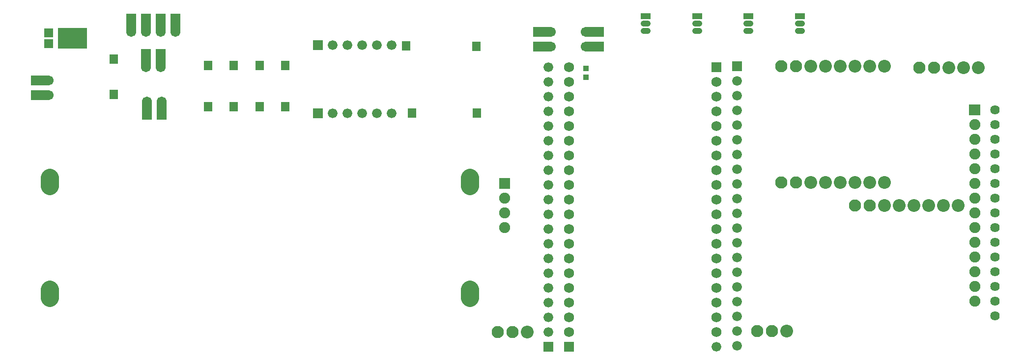
<source format=gts>
G04 Layer: TopSolderMaskLayer*
G04 EasyEDA v6.5.9, 2022-08-06 01:21:30*
G04 bc8d98b3e954460ba80fd4d649655d9a,c09117847ad249c1abd8b20aa127d3a4,10*
G04 Gerber Generator version 0.2*
G04 Scale: 100 percent, Rotated: No, Reflected: No *
G04 Dimensions in millimeters *
G04 leading zeros omitted , absolute positions ,4 integer and 5 decimal *
%FSLAX45Y45*%
%MOMM*%

%ADD10C,3.1000*%
%ADD11C,1.0016*%
%ADD12C,1.9016*%
%ADD13C,2.1016*%
%ADD14C,2.2032*%
%ADD15C,1.6764*%
%ADD16R,1.6764X1.6764*%
%ADD17C,1.7032*%
%ADD18C,1.6256*%
%ADD19C,1.7272*%
%ADD20C,0.0114*%

%LPD*%
D10*
X8596909Y3981396D02*
G01*
X8596909Y3841396D01*
X8596909Y2051403D02*
G01*
X8596909Y1911403D01*
X1359890Y3981396D02*
G01*
X1359890Y3841396D01*
X1359890Y2051403D02*
G01*
X1359890Y1911403D01*
X8596909Y1911403D02*
G01*
X8596909Y2051403D01*
X8596909Y3841396D02*
G01*
X8596909Y3981396D01*
X1359890Y1911403D02*
G01*
X1359890Y2051403D01*
X1359890Y3841396D02*
G01*
X1359890Y3981396D01*
D11*
X11668201Y6515100D02*
G01*
X11598201Y6515100D01*
X11668201Y6642100D02*
G01*
X11598201Y6642100D01*
X12552959Y6515100D02*
G01*
X12482956Y6515100D01*
X12552959Y6642100D02*
G01*
X12482956Y6642100D01*
X13437743Y6515100D02*
G01*
X13367743Y6515100D01*
X13437743Y6642100D02*
G01*
X13367743Y6642100D01*
X14322501Y6515100D02*
G01*
X14252501Y6515100D01*
X14322501Y6642100D02*
G01*
X14252501Y6642100D01*
D12*
G01*
X17300575Y1849373D03*
G01*
X17300575Y2103373D03*
G01*
X17300575Y2357373D03*
G01*
X17300575Y2611373D03*
G01*
X17300575Y2865373D03*
G01*
X17300575Y3119373D03*
G01*
X17300575Y3373373D03*
G01*
X17300575Y3627120D03*
G01*
X17300575Y3881120D03*
G01*
X17300575Y4135120D03*
G01*
X17300575Y4389120D03*
G01*
X17300575Y4643120D03*
G01*
X17300575Y4897120D03*
G36*
X17205198Y5055870D02*
G01*
X17205198Y5246115D01*
X17395443Y5246115D01*
X17395443Y5055870D01*
G37*
G01*
X9200261Y3119373D03*
G01*
X9200261Y3373373D03*
G01*
X9200261Y3627120D03*
G36*
X9105138Y3786123D02*
G01*
X9105138Y3976115D01*
X9295384Y3976115D01*
X9295384Y3786123D01*
G37*
D13*
G01*
X15240000Y3499993D03*
G01*
X15494000Y3499993D03*
D14*
G01*
X15748000Y3499993D03*
G01*
X16002000Y3499993D03*
G01*
X16256000Y3499993D03*
G01*
X16510000Y3499993D03*
G01*
X16764000Y3499993D03*
G01*
X17018000Y3499993D03*
G36*
X4019295Y5837936D02*
G01*
X4019295Y5998210D01*
X4159504Y5998210D01*
X4159504Y5837936D01*
G37*
G36*
X4019295Y5126736D02*
G01*
X4019295Y5287010D01*
X4159504Y5287010D01*
X4159504Y5126736D01*
G37*
G36*
X7435595Y6180836D02*
G01*
X7435595Y6341110D01*
X7575804Y6341110D01*
X7575804Y6180836D01*
G37*
G36*
X7537195Y5019802D02*
G01*
X7537195Y5180076D01*
X7677404Y5180076D01*
X7677404Y5019802D01*
G37*
G36*
X8642095Y6168136D02*
G01*
X8642095Y6328410D01*
X8782304Y6328410D01*
X8782304Y6168136D01*
G37*
G36*
X8654795Y5019802D02*
G01*
X8654795Y5180076D01*
X8795004Y5180076D01*
X8795004Y5019802D01*
G37*
G36*
X2393695Y5952236D02*
G01*
X2393695Y6112510D01*
X2533904Y6112510D01*
X2533904Y5952236D01*
G37*
G36*
X2393695Y5342636D02*
G01*
X2393695Y5502910D01*
X2533904Y5502910D01*
X2533904Y5342636D01*
G37*
G36*
X5352795Y5837936D02*
G01*
X5352795Y5998210D01*
X5493004Y5998210D01*
X5493004Y5837936D01*
G37*
G36*
X5352795Y5126736D02*
G01*
X5352795Y5287010D01*
X5493004Y5287010D01*
X5493004Y5126736D01*
G37*
G36*
X4463795Y5837936D02*
G01*
X4463795Y5998210D01*
X4604004Y5998210D01*
X4604004Y5837936D01*
G37*
G36*
X4463795Y5126736D02*
G01*
X4463795Y5287010D01*
X4604004Y5287010D01*
X4604004Y5126736D01*
G37*
G36*
X4908295Y5837936D02*
G01*
X4908295Y5998210D01*
X5048504Y5998210D01*
X5048504Y5837936D01*
G37*
G36*
X4908295Y5126736D02*
G01*
X4908295Y5287010D01*
X5048504Y5287010D01*
X5048504Y5126736D01*
G37*
G36*
X1271015Y6405118D02*
G01*
X1271015Y6555231D01*
X1421384Y6555231D01*
X1421384Y6405118D01*
G37*
G36*
X1271015Y6220968D02*
G01*
X1271015Y6371081D01*
X1421384Y6371081D01*
X1421384Y6220968D01*
G37*
G36*
X1502410Y6213094D02*
G01*
X1502410Y6563105D01*
X2002790Y6563105D01*
X2002790Y6213094D01*
G37*
D15*
G01*
X10312400Y5892800D03*
G01*
X10312400Y5638800D03*
G01*
X10312400Y5384800D03*
G01*
X10312400Y5130800D03*
G01*
X10312400Y4876800D03*
G01*
X10312400Y4622800D03*
G01*
X10312400Y4368800D03*
G01*
X10312400Y4114800D03*
G01*
X10312400Y3860800D03*
G01*
X10312400Y3606800D03*
G01*
X10312400Y3352800D03*
G01*
X10312400Y3098800D03*
G01*
X10312400Y2844800D03*
G01*
X10312400Y2590800D03*
G01*
X10312400Y2336800D03*
G01*
X10312400Y2082800D03*
G01*
X10312400Y1828800D03*
G01*
X10312400Y1574800D03*
G01*
X10312400Y1320800D03*
D16*
G01*
X10312400Y1066800D03*
D15*
G01*
X9956800Y5892800D03*
G01*
X9956800Y5638800D03*
G01*
X9956800Y5384800D03*
G01*
X9956800Y5130800D03*
G01*
X9956800Y4876800D03*
G01*
X9956800Y4622800D03*
G01*
X9956800Y4368800D03*
G01*
X9956800Y4114800D03*
G01*
X9956800Y3860800D03*
G01*
X9956800Y3606800D03*
G01*
X9956800Y3352800D03*
G01*
X9956800Y3098800D03*
G01*
X9956800Y2844800D03*
G01*
X9956800Y2590800D03*
G01*
X9956800Y2336800D03*
G01*
X9956800Y2082800D03*
G01*
X9956800Y1828800D03*
G01*
X9956800Y1574800D03*
G01*
X9956800Y1320800D03*
D16*
G01*
X9956800Y1066800D03*
D13*
G01*
X13550900Y1333500D03*
G01*
X13804900Y1333500D03*
D14*
G01*
X14058900Y1333500D03*
D13*
G01*
X9080500Y1320800D03*
G01*
X9334500Y1320800D03*
D14*
G01*
X9588500Y1320800D03*
D15*
G01*
X7251700Y6273800D03*
G01*
X6997700Y6273800D03*
G01*
X6743700Y6273800D03*
G01*
X6489700Y6273800D03*
G01*
X6235700Y6273800D03*
G36*
X5897879Y6189979D02*
G01*
X5897879Y6357620D01*
X6065520Y6357620D01*
X6065520Y6189979D01*
G37*
G01*
X7251700Y5092700D03*
G01*
X6997700Y5092700D03*
G01*
X6743700Y5092700D03*
G01*
X6489700Y5092700D03*
G01*
X6235700Y5092700D03*
G36*
X5897879Y5008879D02*
G01*
X5897879Y5176520D01*
X6065520Y5176520D01*
X6065520Y5008879D01*
G37*
D13*
G01*
X16344900Y5880100D03*
G01*
X16598900Y5880100D03*
D14*
G01*
X16852900Y5880100D03*
G01*
X17106900Y5880100D03*
G01*
X17360900Y5880100D03*
D13*
G01*
X13970000Y5905500D03*
G01*
X14224000Y5905500D03*
D14*
G01*
X14478000Y5905500D03*
G01*
X14732000Y5905500D03*
G01*
X14986000Y5905500D03*
G01*
X15240000Y5905500D03*
G01*
X15494000Y5905500D03*
G01*
X15748000Y5905500D03*
D13*
G01*
X13970000Y3898900D03*
G01*
X14224000Y3898900D03*
D14*
G01*
X14478000Y3898900D03*
G01*
X14732000Y3898900D03*
G01*
X14986000Y3898900D03*
G01*
X15240000Y3898900D03*
G01*
X15494000Y3898900D03*
G01*
X15748000Y3898900D03*
G36*
X1036065Y5325110D02*
G01*
X1036065Y5495289D01*
X1356360Y5495289D01*
X1356360Y5325110D01*
G37*
G36*
X1036065Y5579110D02*
G01*
X1036065Y5749289D01*
X1356360Y5749289D01*
X1356360Y5579110D01*
G37*
D17*
G01*
X1346200Y5410200D03*
G01*
X1346200Y5664200D03*
G36*
X2937509Y5882639D02*
G01*
X2937509Y6202934D01*
X3107690Y6202934D01*
X3107690Y5882639D01*
G37*
G36*
X3191509Y5882639D02*
G01*
X3191509Y6202934D01*
X3361690Y6202934D01*
X3361690Y5882639D01*
G37*
G01*
X3022600Y5892800D03*
G01*
X3276600Y5892800D03*
G36*
X3204209Y4985765D02*
G01*
X3204209Y5306060D01*
X3374390Y5306060D01*
X3374390Y4985765D01*
G37*
G36*
X2950209Y4985765D02*
G01*
X2950209Y5306060D01*
X3120390Y5306060D01*
X3120390Y4985765D01*
G37*
G01*
X3289300Y5295900D03*
G01*
X3035300Y5295900D03*
G36*
X9689845Y6160770D02*
G01*
X9689845Y6331204D01*
X10010140Y6331204D01*
X10010140Y6160770D01*
G37*
G36*
X9689845Y6414770D02*
G01*
X9689845Y6585204D01*
X10010140Y6585204D01*
X10010140Y6414770D01*
G37*
G01*
X9999979Y6245987D03*
G01*
X9999979Y6499987D03*
G36*
X10589768Y6414770D02*
G01*
X10589768Y6585204D01*
X10910061Y6585204D01*
X10910061Y6414770D01*
G37*
G36*
X10589768Y6160770D02*
G01*
X10589768Y6331204D01*
X10910061Y6331204D01*
X10910061Y6160770D01*
G37*
G01*
X10599978Y6499987D03*
G01*
X10599978Y6245987D03*
G36*
X2683509Y6492239D02*
G01*
X2683509Y6812534D01*
X2853690Y6812534D01*
X2853690Y6492239D01*
G37*
G36*
X2937509Y6492239D02*
G01*
X2937509Y6812534D01*
X3107690Y6812534D01*
X3107690Y6492239D01*
G37*
G36*
X3191509Y6492239D02*
G01*
X3191509Y6812534D01*
X3361690Y6812534D01*
X3361690Y6492239D01*
G37*
G36*
X3445509Y6494526D02*
G01*
X3445509Y6815073D01*
X3615690Y6815073D01*
X3615690Y6494526D01*
G37*
G01*
X2768600Y6502400D03*
G01*
X3022600Y6502400D03*
G01*
X3276600Y6502400D03*
G01*
X3530600Y6502400D03*
G36*
X10556240Y5821171D02*
G01*
X10556240Y5911850D01*
X10652759Y5911850D01*
X10652759Y5821171D01*
G37*
G36*
X10556240Y5670550D02*
G01*
X10556240Y5761228D01*
X10652759Y5761228D01*
X10652759Y5670550D01*
G37*
D18*
G01*
X17653000Y1600200D03*
G01*
X17653000Y1854200D03*
G01*
X17653000Y2108200D03*
G01*
X17653000Y2362200D03*
G01*
X17653000Y3378200D03*
G01*
X17653000Y3124200D03*
G01*
X17653000Y2870200D03*
G01*
X17653000Y2616200D03*
G01*
X17653000Y4648200D03*
G01*
X17653000Y4902200D03*
G01*
X17653000Y5156200D03*
G01*
X17653000Y4394200D03*
G01*
X17653000Y4140200D03*
G01*
X17653000Y3886200D03*
G01*
X17653000Y3632200D03*
D19*
G01*
X12852400Y1320800D03*
G01*
X12852400Y1574800D03*
G01*
X12852400Y1828800D03*
G01*
X12852400Y2082800D03*
G01*
X12852400Y2336800D03*
G01*
X12852400Y2590800D03*
G01*
X12852400Y2844800D03*
G01*
X12852400Y3098800D03*
G01*
X12852400Y3352800D03*
G01*
X12852400Y3606800D03*
G01*
X12852400Y3860800D03*
G01*
X12852400Y4114800D03*
G01*
X12852400Y4368800D03*
G01*
X12852400Y4622800D03*
G01*
X12852400Y4876800D03*
G01*
X12852400Y5130800D03*
G01*
X12852400Y5384800D03*
G01*
X12852400Y5638800D03*
G01*
X12852400Y5892800D03*
G01*
X10312400Y5892800D03*
G01*
X10312400Y5638800D03*
G01*
X10312400Y5384800D03*
G01*
X10312400Y5130800D03*
G01*
X10312400Y4876800D03*
G01*
X10312400Y4622800D03*
G01*
X10312400Y4368800D03*
G01*
X10312400Y4114800D03*
G01*
X10312400Y3860800D03*
G01*
X10312400Y3606800D03*
G01*
X10312400Y3352800D03*
G01*
X10312400Y3098800D03*
G01*
X10312400Y2844800D03*
G01*
X10312400Y2590800D03*
G01*
X10312400Y2336800D03*
G01*
X10312400Y2082800D03*
G01*
X10312400Y1828800D03*
G01*
X10312400Y1574800D03*
G01*
X10312400Y1320800D03*
G36*
X11548109Y6719062D02*
G01*
X11548109Y6819137D01*
X11718290Y6819137D01*
X11718290Y6719062D01*
G37*
G36*
X12432791Y6719062D02*
G01*
X12432791Y6819137D01*
X12602972Y6819137D01*
X12602972Y6719062D01*
G37*
G36*
X13317727Y6719062D02*
G01*
X13317727Y6819137D01*
X13487908Y6819137D01*
X13487908Y6719062D01*
G37*
G36*
X14202409Y6719062D02*
G01*
X14202409Y6819137D01*
X14372590Y6819137D01*
X14372590Y6719062D01*
G37*
D15*
G01*
X12852400Y1066800D03*
G01*
X12852400Y1320800D03*
G01*
X12852400Y1574800D03*
G01*
X12852400Y1828800D03*
G01*
X12852400Y2082800D03*
G01*
X12852400Y2336800D03*
G01*
X12852400Y2590800D03*
G01*
X12852400Y2844800D03*
G01*
X12852400Y3098800D03*
G01*
X12852400Y3352800D03*
G01*
X12852400Y3606800D03*
G01*
X12852400Y3860800D03*
G01*
X12852400Y4114800D03*
G01*
X12852400Y4368800D03*
G01*
X12852400Y4622800D03*
G01*
X12852400Y4876800D03*
G01*
X12852400Y5130800D03*
G01*
X12852400Y5384800D03*
G01*
X12852400Y5638800D03*
G36*
X12768579Y5808979D02*
G01*
X12768579Y5976620D01*
X12936220Y5976620D01*
X12936220Y5808979D01*
G37*
G01*
X13208000Y1079500D03*
G01*
X13208000Y1333500D03*
G01*
X13208000Y1587500D03*
G01*
X13208000Y1841500D03*
G01*
X13208000Y2095500D03*
G01*
X13208000Y2349500D03*
G01*
X13208000Y2603500D03*
G01*
X13208000Y2857500D03*
G01*
X13208000Y3111500D03*
G01*
X13208000Y3365500D03*
G01*
X13208000Y3619500D03*
G01*
X13208000Y3873500D03*
G01*
X13208000Y4127500D03*
G01*
X13208000Y4381500D03*
G01*
X13208000Y4635500D03*
G01*
X13208000Y4889500D03*
G01*
X13208000Y5143500D03*
G01*
X13208000Y5397500D03*
G01*
X13208000Y5651500D03*
G36*
X13124179Y5821679D02*
G01*
X13124179Y5989320D01*
X13291820Y5989320D01*
X13291820Y5821679D01*
G37*
M02*

</source>
